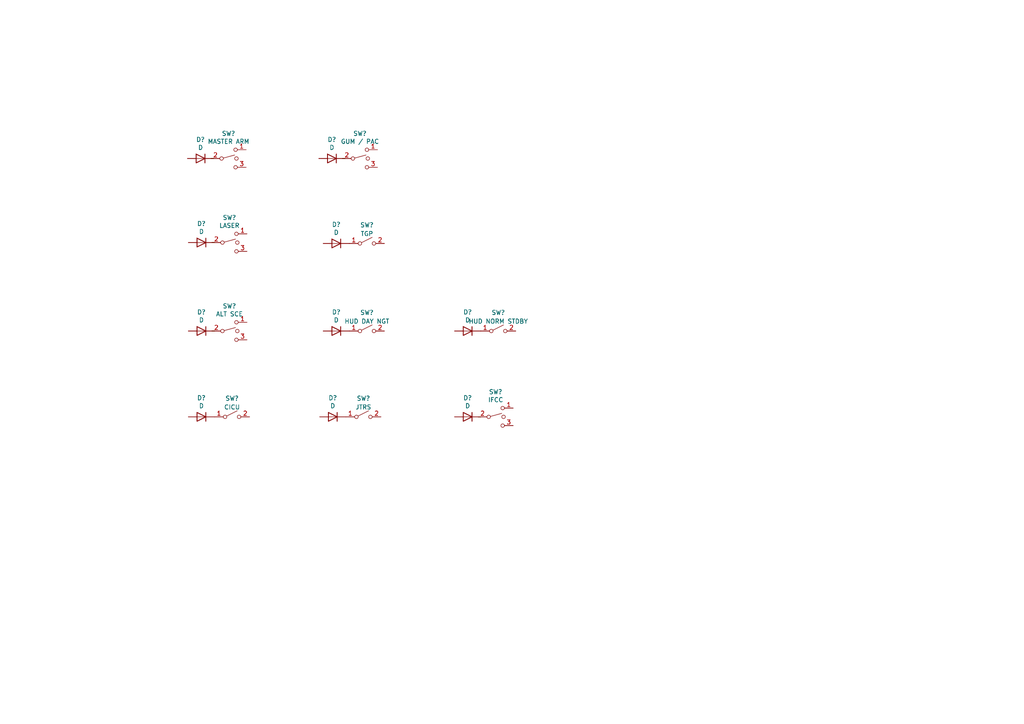
<source format=kicad_sch>
(kicad_sch (version 20211123) (generator eeschema)
  (paper "A4")
  (lib_symbols
    (symbol "Device:D" (pin_numbers hide) (pin_names (offset 1.016) hide)
      (property "Reference" "D" (at 0 2.54 0))
      (property "Value" "D" (at 0 -2.54 0))
      (symbol "D_0_1"
        (polyline (pts (xy -1.27 1.27) (xy -1.27 -1.27)) (stroke (width 0.254)))
        (polyline (pts (xy 1.27 0) (xy -1.27 0)))
        (polyline (pts (xy 1.27 1.27) (xy 1.27 -1.27) (xy -1.27 0) (xy 1.27 1.27)) (stroke (width 0.254)))
      )
      (symbol "D_1_1"
        (pin passive line (at -3.81 0 0) (length 2.54) (name "K") (number "1"))
        (pin passive line (at 3.81 0 180) (length 2.54) (name "A") (number "2"))
      )
    )
    (symbol "Switch:SW_SPDT_MSM" (pin_names (offset 0) hide)
      (property "Reference" "SW" (at 0 5.08 0))
      (property "Value" "SW_SPDT_MSM" (at 0 -5.08 0))
      (symbol "SW_SPDT_MSM_0_0"
        (circle (center -2.032 0) (radius 0.508))
        (polyline (pts (xy -1.524 0.127) (xy 1.778 1.016)))
        (circle (center 2.032 -2.54) (radius 0.508))
      )
      (symbol "SW_SPDT_MSM_0_1"
        (circle (center 2.032 2.54) (radius 0.508))
        (circle (center 2.286 0) (radius 0.508))
      )
      (symbol "SW_SPDT_MSM_1_1"
        (pin passive line (at 5.08 2.54 180) (length 2.54) (name "1") (number "1"))
        (pin passive line (at -5.08 0 0) (length 2.54) (name "2") (number "2"))
        (pin passive line (at 5.08 -2.54 180) (length 2.54) (name "3") (number "3"))
      )
    )
    (symbol "Switch:SW_SPST" (pin_names (offset 0) hide)
      (property "Reference" "SW" (at 0 3.175 0))
      (property "Value" "SW_SPST" (at 0 -2.54 0))
      (symbol "SW_SPST_0_0"
        (circle (center -2.032 0) (radius 0.508))
        (polyline (pts (xy -1.524 0.254) (xy 1.524 1.778)))
        (circle (center 2.032 0) (radius 0.508))
      )
      (symbol "SW_SPST_1_1"
        (pin passive line (at -5.08 0 0) (length 2.54) (name "A") (number "1"))
        (pin passive line (at 5.08 0 180) (length 2.54) (name "B") (number "2"))
      )
    )
  )
  (wire (pts (xy 61.976 45.974) (xy 61.214 45.974)))
  (wire (pts (xy 62.23 96.012) (xy 61.468 96.012)))
  (wire (pts (xy 62.23 70.358) (xy 61.468 70.358)))
  (wire (pts (xy 139.446 120.904) (xy 138.684 120.904)))
  (wire (pts (xy 100.076 45.974) (xy 99.314 45.974)))
  (symbol (lib_id "Switch:SW_SPDT_MSM") (at 66.548 96.012 0) (unit 1)
    (property "Reference" "SW?" (at 66.548 88.773 0))
    (property "Value" "ALT SCE" (at 66.548 91.0844 0))
    (property "Footprint" "PT_Library_v001:Molex_1x03_P2.54mm_Vertical" (effects hide))
  )
  (symbol (lib_id "Device:D") (at 97.536 70.612 0) (mirror y) (unit 1)
    (property "Reference" "D?" (at 97.536 65.1256 0))
    (property "Value" "D" (at 97.536 67.437 0))
    (property "Footprint" "PT_Library_v001:D_Signal_P7.62mm_Horizontal" (effects hide))
  )
  (symbol (lib_id "Device:D") (at 97.536 96.012 0) (mirror y) (unit 1)
    (property "Reference" "D?" (at 97.536 90.5256 0))
    (property "Value" "D" (at 97.536 92.837 0))
    (property "Footprint" "PT_Library_v001:D_Signal_P7.62mm_Horizontal" (effects hide))
  )
  (symbol (lib_id "Device:D") (at 58.42 70.358 0) (mirror y) (unit 1)
    (property "Reference" "D?" (at 58.42 64.8716 0))
    (property "Value" "D" (at 58.42 67.183 0))
    (property "Footprint" "PT_Library_v001:D_Signal_P7.62mm_Horizontal" (effects hide))
  )
  (symbol (lib_id "Device:D") (at 58.166 45.974 0) (mirror y) (unit 1)
    (property "Reference" "D?" (at 58.166 40.4876 0))
    (property "Value" "D" (at 58.166 42.799 0))
    (property "Footprint" "PT_Library_v001:D_Signal_P7.62mm_Horizontal" (effects hide))
  )
  (symbol (lib_id "Switch:SW_SPST") (at 106.426 96.012 0) (unit 1)
    (property "Reference" "SW?" (at 106.426 90.6612 0))
    (property "Value" "HUD DAY NGT" (at 106.426 93.1981 0))
  )
  (symbol (lib_id "Switch:SW_SPDT_MSM") (at 104.394 45.974 0) (unit 1)
    (property "Reference" "SW?" (at 104.394 38.735 0))
    (property "Value" "GUM / PAC" (at 104.394 41.0464 0))
    (property "Footprint" "PT_Library_v001:Molex_1x03_P2.54mm_Vertical" (effects hide))
  )
  (symbol (lib_id "Switch:SW_SPST") (at 105.41 120.904 0) (unit 1)
    (property "Reference" "SW?" (at 105.41 115.5532 0))
    (property "Value" "JTRS" (at 105.41 118.0901 0))
  )
  (symbol (lib_id "Switch:SW_SPDT_MSM") (at 66.548 70.358 0) (unit 1)
    (property "Reference" "SW?" (at 66.548 63.119 0))
    (property "Value" "LASER" (at 66.548 65.4304 0))
    (property "Footprint" "PT_Library_v001:Molex_1x03_P2.54mm_Vertical" (effects hide))
  )
  (symbol (lib_id "Switch:SW_SPDT_MSM") (at 66.294 45.974 0) (unit 1)
    (property "Reference" "SW?" (at 66.294 38.735 0))
    (property "Value" "MASTER ARM" (at 66.294 41.0464 0))
    (property "Footprint" "PT_Library_v001:Molex_1x03_P2.54mm_Vertical" (effects hide))
  )
  (symbol (lib_id "Switch:SW_SPDT_MSM") (at 143.764 120.904 0) (unit 1)
    (property "Reference" "SW?" (at 143.764 113.665 0))
    (property "Value" "IFCC" (at 143.764 115.9764 0))
    (property "Footprint" "PT_Library_v001:Molex_1x03_P2.54mm_Vertical" (effects hide))
  )
  (symbol (lib_id "Device:D") (at 96.52 120.904 0) (mirror y) (unit 1)
    (property "Reference" "D?" (at 96.52 115.4176 0))
    (property "Value" "D" (at 96.52 117.729 0))
    (property "Footprint" "PT_Library_v001:D_Signal_P7.62mm_Horizontal" (effects hide))
  )
  (symbol (lib_id "Device:D") (at 96.266 45.974 0) (mirror y) (unit 1)
    (property "Reference" "D?" (at 96.266 40.4876 0))
    (property "Value" "D" (at 96.266 42.799 0))
    (property "Footprint" "PT_Library_v001:D_Signal_P7.62mm_Horizontal" (effects hide))
  )
  (symbol (lib_id "Device:D") (at 58.42 120.904 0) (mirror y) (unit 1)
    (property "Reference" "D?" (at 58.42 115.4176 0))
    (property "Value" "D" (at 58.42 117.729 0))
    (property "Footprint" "PT_Library_v001:D_Signal_P7.62mm_Horizontal" (effects hide))
  )
  (symbol (lib_id "Switch:SW_SPST") (at 144.526 96.012 0) (unit 1)
    (property "Reference" "SW?" (at 144.526 90.6612 0))
    (property "Value" "HUD NORM STDBY" (at 144.526 93.1981 0))
  )
  (symbol (lib_id "Switch:SW_SPST") (at 106.426 70.612 0) (unit 1)
    (property "Reference" "SW?" (at 106.426 65.2612 0))
    (property "Value" "TGP" (at 106.426 67.7981 0))
  )
  (symbol (lib_id "Device:D") (at 58.42 96.012 0) (mirror y) (unit 1)
    (property "Reference" "D?" (at 58.42 90.5256 0))
    (property "Value" "D" (at 58.42 92.837 0))
    (property "Footprint" "PT_Library_v001:D_Signal_P7.62mm_Horizontal" (effects hide))
  )
  (symbol (lib_id "Device:D") (at 135.636 96.012 0) (mirror y) (unit 1)
    (property "Reference" "D?" (at 135.636 90.5256 0))
    (property "Value" "D" (at 135.636 92.837 0))
    (property "Footprint" "PT_Library_v001:D_Signal_P7.62mm_Horizontal" (effects hide))
  )
  (symbol (lib_id "Switch:SW_SPST") (at 67.31 120.904 0) (unit 1)
    (property "Reference" "SW?" (at 67.31 115.5532 0))
    (property "Value" "CICU" (at 67.31 118.0901 0))
  )
  (symbol (lib_id "Device:D") (at 135.636 120.904 0) (mirror y) (unit 1)
    (property "Reference" "D?" (at 135.636 115.4176 0))
    (property "Value" "D" (at 135.636 117.729 0))
    (property "Footprint" "PT_Library_v001:D_Signal_P7.62mm_Horizontal" (effects hide))
  )
)
</source>
